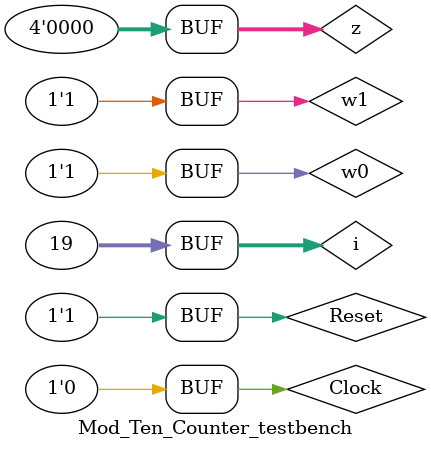
<source format=sv>

module Mod_Ten_Counter(w1, w0, Reset, Clock, z);
	input w1, w0, Reset, Clock;
	output logic [3:0] z = 0;
	
	logic [3:0] CurrentState, NextState;

	localparam  
			A = 4'h0,
			B = 4'h1,
			C = 4'h2,
			D = 4'h3,
			E = 4'h4,
			F = 4'h5,
			G = 4'h6,
			H = 4'h7,
			I = 4'h8,
			J = 4'h9;
	
// state table	
	always_comb begin
		case(CurrentState)
		A: if (!w1 && !w0) NextState = A;
			else if (!w1 && w0) NextState = B;
			else if (w1 && !w0) NextState = C;
			else /*if (w1 && w0)*/ NextState = J;
		B: if (!w1 && !w0) NextState = B;
			else if (!w1 && w0) NextState = C;
			else if (w1 && !w0) NextState = D;
			else /*if (w1 && w0)*/ NextState = A;
		C: if (!w1 && !w0) NextState = C;
			else if (!w1 && w0) NextState = D;
			else if (w1 && !w0) NextState = E;
			else /*if (w1 && w0)*/ NextState = B;
		D: if (!w1 && !w0) NextState = D;
			else if (!w1 && w0) NextState = E;
			else if (w1 && !w0) NextState = F;
			else /*if (w1 && w0)*/ NextState = C;
		E: if (!w1 && !w0) NextState = E;
			else if (!w1 && w0) NextState = F;
			else if (w1 && !w0) NextState = G;
			else /*if (w1 && w0)*/ NextState = D;
		F: if (!w1 && !w0) NextState = F;
			else if (!w1 && w0) NextState = G;
			else if (w1 && !w0) NextState = H;
			else /*if (w1 && w0)*/ NextState = E;
		G: if (!w1 && !w0) NextState = G;
			else if (!w1 && w0) NextState = H;
			else if (w1 && !w0) NextState = I;
			else /*if (w1 && w0)*/ NextState = F;
		H: if (!w1 && !w0) NextState = H;
			else if (!w1 && w0) NextState = I;
			else if (w1 && !w0) NextState = J;
			else /*if (w1 && w0)*/ NextState = G;
		I: if (!w1 && !w0) NextState = I;
			else if (!w1 && w0) NextState = J;
			else if (w1 && !w0) NextState = A;
			else /*if (w1 && w0)*/ NextState = H;
		J: if (!w1 && !w0) NextState = J;
			else if (!w1 && w0) NextState = A;
			else if (w1 && !w0) NextState = B;
			else /*if (w1 && w0)*/ NextState = I;	
			
			default: NextState = 4'h0; //A
		endcase
	end

	always_ff @(posedge Clock) begin
	
		if (Reset) begin
			CurrentState <= A;
			z <= 0;
		end else begin
			CurrentState <= NextState;
			z <= CurrentState;
		end
	end 

endmodule	

module Mod_Ten_Counter_testbench;

	logic w1, w0, Clock, Reset;
	logic [3:0] z = 0;
	
	integer i;
	
	Mod_Ten_Counter DeviceUnderTest(w1, w0, Reset, Clock, z);
	
	initial begin
		Reset = 0; //testing reset off.
		w1 = 0;
		w0 = 0;
		for (i = 0; i < 19; i++) begin
			Clock = 1;
			#10;
			Clock = 0;
			#10;
		end
		w1 = 0;
		w0 = 1;
		for (i = 0; i < 19; i++) begin
			Clock = 1;
			#10;
			Clock = 0;
			#10;
		end
		w1 = 1;
		w0 = 0;
		for (i = 0; i < 19; i++) begin
			Clock = 1;
			#10;
			Clock = 0;
			#10;
		end
		w1 = 1;
		w0 = 1;
		for (i = 0; i < 19; i++) begin
			Clock = 1;
			#10;
			Clock = 0;
			#10;
		end
		
		Reset = 1; //testing reset on.
		w1 = 0;
		w0 = 0;
		for (i = 0; i < 19; i++) begin
			Clock = 1;
			#10;
			Clock = 0;
			#10;
		end
		w1 = 0;
		w0 = 1;
		for (i = 0; i < 19; i++) begin
			Clock = 1;
			#10;
			Clock = 0;
			#10;
		end
		w1 = 1;
		w0 = 0;
		for (i = 0; i < 19; i++) begin
			Clock = 1;
			#10;
			Clock = 0;
			#10;
		end
		w1 = 1;
		w0 = 1;
		for (i = 0; i < 19; i++) begin
			Clock = 1;
			#10;
			Clock = 0;
			#10;
		end
	end	
endmodule	
</source>
